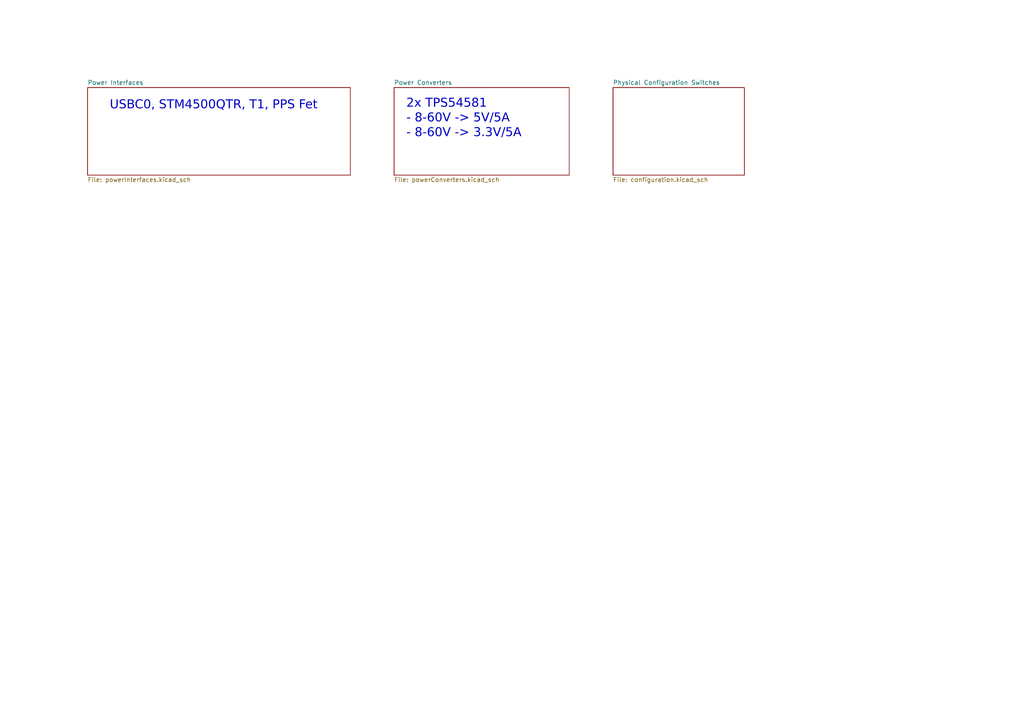
<source format=kicad_sch>
(kicad_sch
	(version 20231120)
	(generator "eeschema")
	(generator_version "8.0")
	(uuid "312c2a80-deb4-4706-8717-38a47afd622e")
	(paper "A4")
	(title_block
		(title "Root Layout")
		(date "2025-02-17")
		(rev "2.0")
		(comment 1 "Matthew Guo")
		(comment 2 "matthew@paisleymicro.com")
		(comment 3 "Matthew Guo")
		(comment 4 "matthew@paisleymicro.com")
		(comment 5 "Firefly-4")
		(comment 6 "PAISLEY-FC-4")
		(comment 7 "2025")
		(comment 8 "Firefly Automation Controller for RPi CM4")
	)
	(lib_symbols)
	(text "USBC0, STM4500QTR, T1, PPS Fet"
		(exclude_from_sim no)
		(at 61.976 31.242 0)
		(effects
			(font
				(face "Noto Mono")
				(size 2.54 2.54)
			)
		)
		(uuid "0c10ccf8-a765-407c-b12a-b2d1a0257362")
	)
	(text "2x TPS54581\n- 8-60V -> 5V/5A\n- 8-60V -> 3.3V/5A"
		(exclude_from_sim no)
		(at 117.856 35.052 0)
		(effects
			(font
				(face "Noto Mono")
				(size 2.54 2.54)
			)
			(justify left)
		)
		(uuid "6df3f655-d8f8-41ad-977b-71ad85481a94")
	)
	(sheet
		(at 177.8 25.4)
		(size 38.1 25.4)
		(fields_autoplaced yes)
		(stroke
			(width 0.1524)
			(type solid)
		)
		(fill
			(color 0 0 0 0.0000)
		)
		(uuid "0504389b-4257-4b6f-8ca2-c0f189099455")
		(property "Sheetname" "Physical Configuration Switches"
			(at 177.8 24.6884 0)
			(effects
				(font
					(size 1.27 1.27)
				)
				(justify left bottom)
			)
		)
		(property "Sheetfile" "configuration.kicad_sch"
			(at 177.8 51.3846 0)
			(effects
				(font
					(size 1.27 1.27)
				)
				(justify left top)
			)
		)
		(instances
			(project "firefly-4"
				(path "/312c2a80-deb4-4706-8717-38a47afd622e"
					(page "3")
				)
			)
		)
	)
	(sheet
		(at 25.4 25.4)
		(size 76.2 25.4)
		(fields_autoplaced yes)
		(stroke
			(width 0.1524)
			(type solid)
		)
		(fill
			(color 0 0 0 0.0000)
		)
		(uuid "8b112e07-bafa-431c-8cf4-3c65129d9ea7")
		(property "Sheetname" "Power Interfaces"
			(at 25.4 24.6884 0)
			(effects
				(font
					(size 1.27 1.27)
				)
				(justify left bottom)
			)
		)
		(property "Sheetfile" "powerInterfaces.kicad_sch"
			(at 25.4 51.3846 0)
			(effects
				(font
					(size 1.27 1.27)
				)
				(justify left top)
			)
		)
		(instances
			(project "firefly-4"
				(path "/312c2a80-deb4-4706-8717-38a47afd622e"
					(page "2")
				)
			)
		)
	)
	(sheet
		(at 114.3 25.4)
		(size 50.8 25.4)
		(fields_autoplaced yes)
		(stroke
			(width 0.1524)
			(type solid)
		)
		(fill
			(color 0 0 0 0.0000)
		)
		(uuid "b8fda84d-fd82-409c-92d4-257e29d956c6")
		(property "Sheetname" "Power Converters"
			(at 114.3 24.6884 0)
			(effects
				(font
					(size 1.27 1.27)
				)
				(justify left bottom)
			)
		)
		(property "Sheetfile" "powerConverters.kicad_sch"
			(at 114.3 51.3846 0)
			(effects
				(font
					(size 1.27 1.27)
				)
				(justify left top)
			)
		)
		(instances
			(project "firefly-4"
				(path "/312c2a80-deb4-4706-8717-38a47afd622e"
					(page "4")
				)
			)
		)
	)
	(sheet_instances
		(path "/"
			(page "1")
		)
	)
)

</source>
